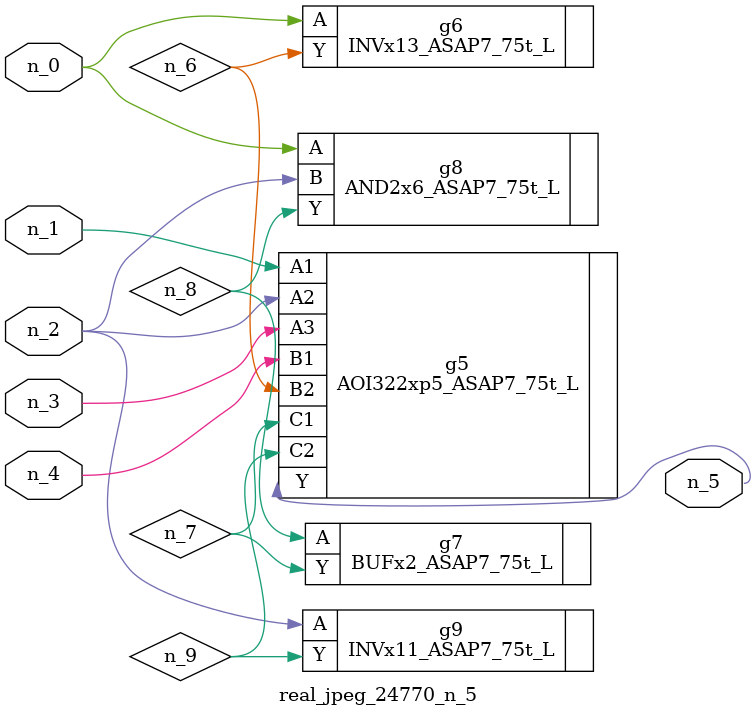
<source format=v>
module real_jpeg_24770_n_5 (n_4, n_0, n_1, n_2, n_3, n_5);

input n_4;
input n_0;
input n_1;
input n_2;
input n_3;

output n_5;

wire n_8;
wire n_6;
wire n_7;
wire n_9;

INVx13_ASAP7_75t_L g6 ( 
.A(n_0),
.Y(n_6)
);

AND2x6_ASAP7_75t_L g8 ( 
.A(n_0),
.B(n_2),
.Y(n_8)
);

AOI322xp5_ASAP7_75t_L g5 ( 
.A1(n_1),
.A2(n_2),
.A3(n_3),
.B1(n_4),
.B2(n_6),
.C1(n_7),
.C2(n_9),
.Y(n_5)
);

INVx11_ASAP7_75t_L g9 ( 
.A(n_2),
.Y(n_9)
);

BUFx2_ASAP7_75t_L g7 ( 
.A(n_8),
.Y(n_7)
);


endmodule
</source>
